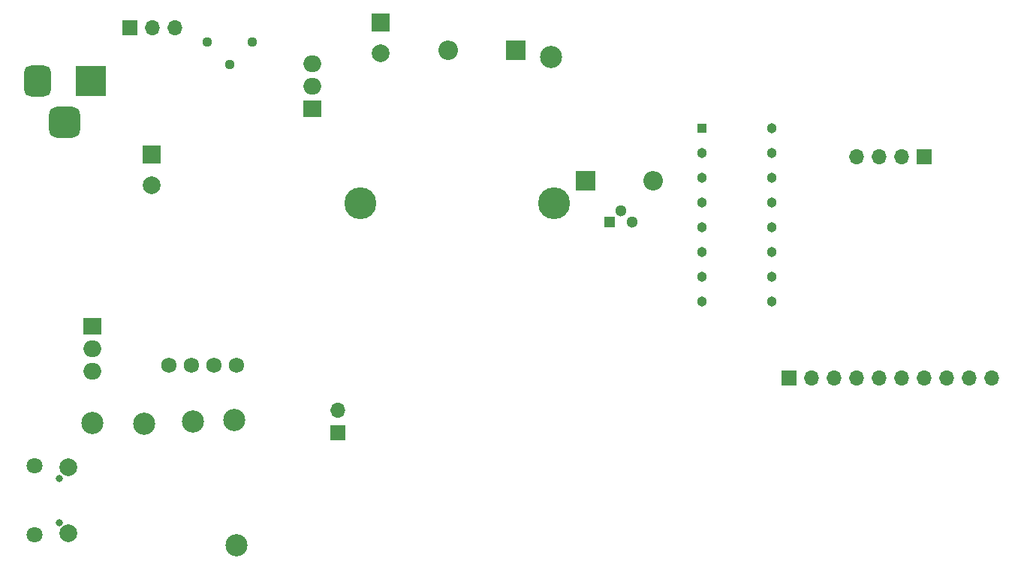
<source format=gbs>
G04 #@! TF.GenerationSoftware,KiCad,Pcbnew,(6.0.9)*
G04 #@! TF.CreationDate,2022-12-15T14:24:50+09:00*
G04 #@! TF.ProjectId,nixie9v,6e697869-6539-4762-9e6b-696361645f70,rev?*
G04 #@! TF.SameCoordinates,Original*
G04 #@! TF.FileFunction,Soldermask,Bot*
G04 #@! TF.FilePolarity,Negative*
%FSLAX46Y46*%
G04 Gerber Fmt 4.6, Leading zero omitted, Abs format (unit mm)*
G04 Created by KiCad (PCBNEW (6.0.9)) date 2022-12-15 14:24:50*
%MOMM*%
%LPD*%
G01*
G04 APERTURE LIST*
G04 Aperture macros list*
%AMRoundRect*
0 Rectangle with rounded corners*
0 $1 Rounding radius*
0 $2 $3 $4 $5 $6 $7 $8 $9 X,Y pos of 4 corners*
0 Add a 4 corners polygon primitive as box body*
4,1,4,$2,$3,$4,$5,$6,$7,$8,$9,$2,$3,0*
0 Add four circle primitives for the rounded corners*
1,1,$1+$1,$2,$3*
1,1,$1+$1,$4,$5*
1,1,$1+$1,$6,$7*
1,1,$1+$1,$8,$9*
0 Add four rect primitives between the rounded corners*
20,1,$1+$1,$2,$3,$4,$5,0*
20,1,$1+$1,$4,$5,$6,$7,0*
20,1,$1+$1,$6,$7,$8,$9,0*
20,1,$1+$1,$8,$9,$2,$3,0*%
G04 Aperture macros list end*
%ADD10R,1.700000X1.700000*%
%ADD11O,1.700000X1.700000*%
%ADD12R,2.000000X1.905000*%
%ADD13O,2.000000X1.905000*%
%ADD14R,2.000000X2.000000*%
%ADD15C,2.000000*%
%ADD16C,2.500000*%
%ADD17R,1.300000X1.300000*%
%ADD18C,1.300000*%
%ADD19C,0.800000*%
%ADD20C,1.800000*%
%ADD21C,1.120000*%
%ADD22R,2.200000X2.200000*%
%ADD23O,2.200000X2.200000*%
%ADD24C,1.725000*%
%ADD25C,3.600000*%
%ADD26R,3.500000X3.500000*%
%ADD27RoundRect,0.750000X-0.750000X-1.000000X0.750000X-1.000000X0.750000X1.000000X-0.750000X1.000000X0*%
%ADD28RoundRect,0.875000X-0.875000X-0.875000X0.875000X-0.875000X0.875000X0.875000X-0.875000X0.875000X0*%
%ADD29R,1.133000X1.133000*%
%ADD30C,1.133000*%
G04 APERTURE END LIST*
D10*
X113161600Y-69975000D03*
D11*
X115701600Y-69975000D03*
X118241600Y-69975000D03*
X120781600Y-69975000D03*
X123321600Y-69975000D03*
X125861600Y-69975000D03*
X128401600Y-69975000D03*
X130941600Y-69975000D03*
X133481600Y-69975000D03*
X136021600Y-69975000D03*
D12*
X59365000Y-39624000D03*
D13*
X59365000Y-37084000D03*
X59365000Y-34544000D03*
D14*
X41275000Y-44737323D03*
D15*
X41275000Y-48237323D03*
D16*
X45897800Y-74930000D03*
X34544000Y-75107800D03*
X40386000Y-75184000D03*
X86283800Y-33782000D03*
X50520600Y-74777600D03*
D17*
X92898450Y-52391750D03*
D18*
X94168450Y-51121750D03*
X95438450Y-52391750D03*
D10*
X62230000Y-76205000D03*
D11*
X62230000Y-73665000D03*
D10*
X38750000Y-30480000D03*
D11*
X41290000Y-30480000D03*
X43830000Y-30480000D03*
D16*
X50800000Y-88900000D03*
D10*
X128387000Y-45000000D03*
D11*
X125847000Y-45000000D03*
X123307000Y-45000000D03*
X120767000Y-45000000D03*
D12*
X34538800Y-64185800D03*
D13*
X34538800Y-66725800D03*
X34538800Y-69265800D03*
D19*
X30800000Y-86320000D03*
X30800000Y-81320000D03*
D20*
X28050000Y-79945000D03*
D15*
X31850000Y-87545000D03*
X31850000Y-80095000D03*
D20*
X28050000Y-87695000D03*
D21*
X52592500Y-32114000D03*
X50052500Y-34654000D03*
X47512500Y-32114000D03*
D22*
X82296000Y-33020000D03*
D23*
X74676000Y-33020000D03*
D22*
X90170000Y-47752000D03*
D23*
X97790000Y-47752000D03*
D24*
X43180000Y-68580000D03*
X45720000Y-68580000D03*
X48260000Y-68580000D03*
X50800000Y-68580000D03*
D25*
X64797000Y-50292000D03*
X86597000Y-50292000D03*
D26*
X34391600Y-36474400D03*
D27*
X28391600Y-36474400D03*
D28*
X31391600Y-41174400D03*
D29*
X103338000Y-41796000D03*
D30*
X103338000Y-44590000D03*
X103338000Y-47384000D03*
X103338000Y-50178000D03*
X103338000Y-52972000D03*
X103338000Y-55766000D03*
X103338000Y-58560000D03*
X103338000Y-61354000D03*
X111212000Y-61354000D03*
X111212000Y-58560000D03*
X111212000Y-55766000D03*
X111212000Y-52972000D03*
X111212000Y-50178000D03*
X111212000Y-47384000D03*
X111212000Y-44590000D03*
X111212000Y-41796000D03*
D14*
X67056000Y-29878323D03*
D15*
X67056000Y-33378323D03*
M02*

</source>
